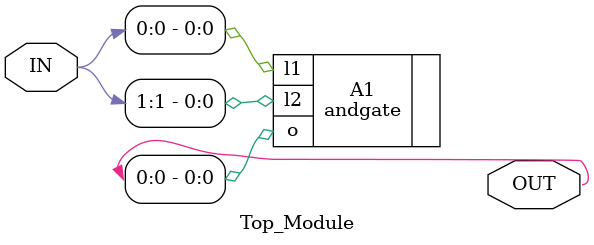
<source format=v>
`timescale 1ns / 1ps

module Top_Module // bunu kullanmadık bence SSI daki top module kullandık
(
 input [15:0]IN,
 output [7:0]OUT

);

andgate A1
(
	.l1(IN[0]),
	.l2(IN[1]),
	.o(OUT[0])
);	

endmodule
</source>
